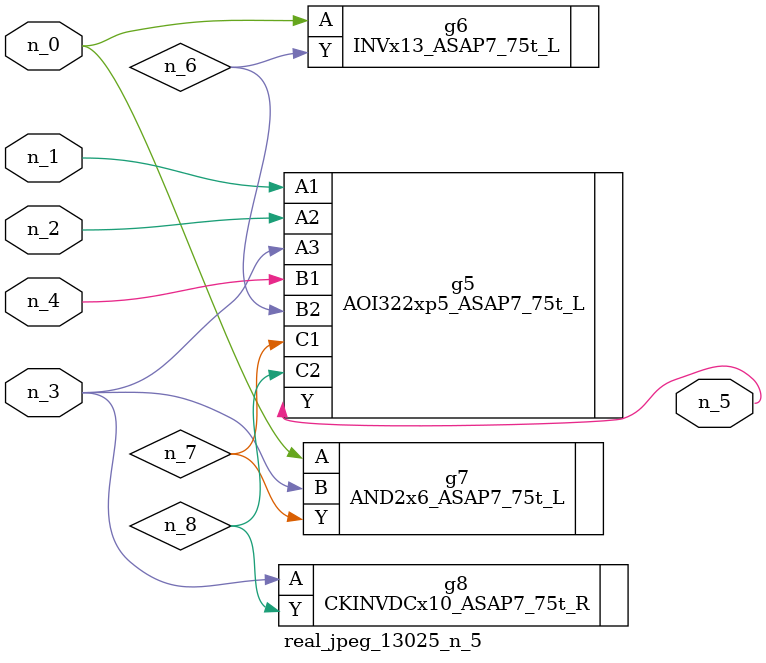
<source format=v>
module real_jpeg_13025_n_5 (n_4, n_0, n_1, n_2, n_3, n_5);

input n_4;
input n_0;
input n_1;
input n_2;
input n_3;

output n_5;

wire n_8;
wire n_6;
wire n_7;

INVx13_ASAP7_75t_L g6 ( 
.A(n_0),
.Y(n_6)
);

AND2x6_ASAP7_75t_L g7 ( 
.A(n_0),
.B(n_3),
.Y(n_7)
);

AOI322xp5_ASAP7_75t_L g5 ( 
.A1(n_1),
.A2(n_2),
.A3(n_3),
.B1(n_4),
.B2(n_6),
.C1(n_7),
.C2(n_8),
.Y(n_5)
);

CKINVDCx10_ASAP7_75t_R g8 ( 
.A(n_3),
.Y(n_8)
);


endmodule
</source>
